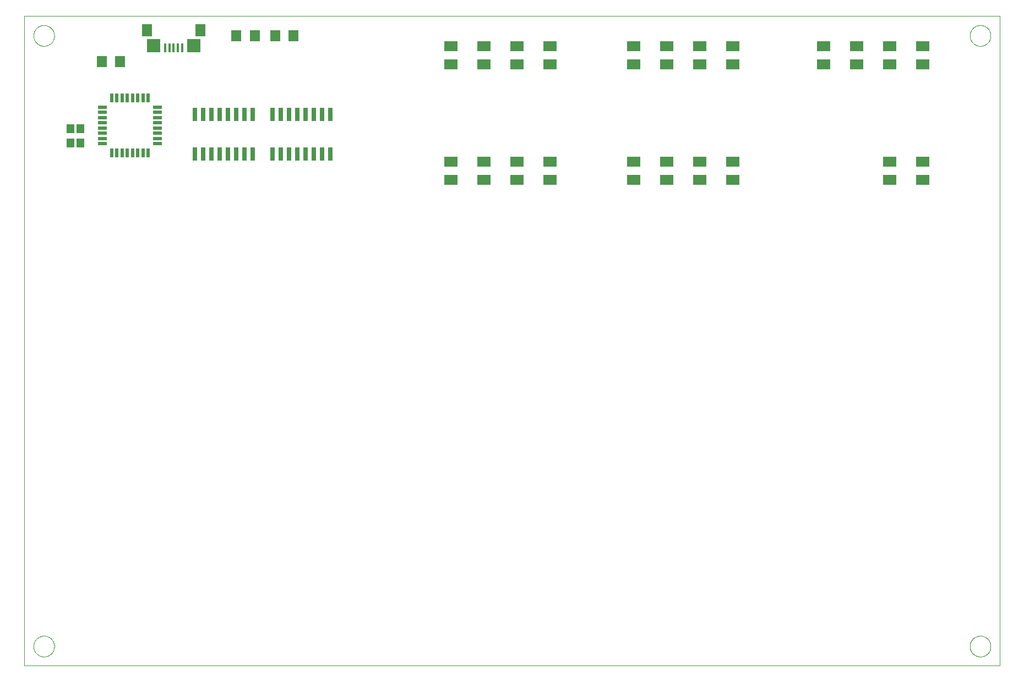
<source format=gtp>
G75*
%MOIN*%
%OFA0B0*%
%FSLAX25Y25*%
%IPPOS*%
%LPD*%
%AMOC8*
5,1,8,0,0,1.08239X$1,22.5*
%
%ADD10C,0.00000*%
%ADD11R,0.05800X0.02000*%
%ADD12R,0.02000X0.05800*%
%ADD13R,0.08268X0.07874*%
%ADD14R,0.06299X0.07480*%
%ADD15R,0.01575X0.05315*%
%ADD16R,0.04724X0.05512*%
%ADD17R,0.02600X0.08000*%
%ADD18R,0.07874X0.06299*%
%ADD19R,0.06299X0.07087*%
%ADD20R,0.06299X0.07098*%
D10*
X0003630Y0001000D02*
X0003630Y0394701D01*
X0594181Y0394701D01*
X0594181Y0001000D01*
X0003630Y0001000D01*
X0009142Y0012811D02*
X0009144Y0012969D01*
X0009150Y0013127D01*
X0009160Y0013285D01*
X0009174Y0013443D01*
X0009192Y0013600D01*
X0009213Y0013757D01*
X0009239Y0013913D01*
X0009269Y0014069D01*
X0009302Y0014224D01*
X0009340Y0014377D01*
X0009381Y0014530D01*
X0009426Y0014682D01*
X0009475Y0014833D01*
X0009528Y0014982D01*
X0009584Y0015130D01*
X0009644Y0015276D01*
X0009708Y0015421D01*
X0009776Y0015564D01*
X0009847Y0015706D01*
X0009921Y0015846D01*
X0009999Y0015983D01*
X0010081Y0016119D01*
X0010165Y0016253D01*
X0010254Y0016384D01*
X0010345Y0016513D01*
X0010440Y0016640D01*
X0010537Y0016765D01*
X0010638Y0016887D01*
X0010742Y0017006D01*
X0010849Y0017123D01*
X0010959Y0017237D01*
X0011072Y0017348D01*
X0011187Y0017457D01*
X0011305Y0017562D01*
X0011426Y0017664D01*
X0011549Y0017764D01*
X0011675Y0017860D01*
X0011803Y0017953D01*
X0011933Y0018043D01*
X0012066Y0018129D01*
X0012201Y0018213D01*
X0012337Y0018292D01*
X0012476Y0018369D01*
X0012617Y0018441D01*
X0012759Y0018511D01*
X0012903Y0018576D01*
X0013049Y0018638D01*
X0013196Y0018696D01*
X0013345Y0018751D01*
X0013495Y0018802D01*
X0013646Y0018849D01*
X0013798Y0018892D01*
X0013951Y0018931D01*
X0014106Y0018967D01*
X0014261Y0018998D01*
X0014417Y0019026D01*
X0014573Y0019050D01*
X0014730Y0019070D01*
X0014888Y0019086D01*
X0015045Y0019098D01*
X0015204Y0019106D01*
X0015362Y0019110D01*
X0015520Y0019110D01*
X0015678Y0019106D01*
X0015837Y0019098D01*
X0015994Y0019086D01*
X0016152Y0019070D01*
X0016309Y0019050D01*
X0016465Y0019026D01*
X0016621Y0018998D01*
X0016776Y0018967D01*
X0016931Y0018931D01*
X0017084Y0018892D01*
X0017236Y0018849D01*
X0017387Y0018802D01*
X0017537Y0018751D01*
X0017686Y0018696D01*
X0017833Y0018638D01*
X0017979Y0018576D01*
X0018123Y0018511D01*
X0018265Y0018441D01*
X0018406Y0018369D01*
X0018545Y0018292D01*
X0018681Y0018213D01*
X0018816Y0018129D01*
X0018949Y0018043D01*
X0019079Y0017953D01*
X0019207Y0017860D01*
X0019333Y0017764D01*
X0019456Y0017664D01*
X0019577Y0017562D01*
X0019695Y0017457D01*
X0019810Y0017348D01*
X0019923Y0017237D01*
X0020033Y0017123D01*
X0020140Y0017006D01*
X0020244Y0016887D01*
X0020345Y0016765D01*
X0020442Y0016640D01*
X0020537Y0016513D01*
X0020628Y0016384D01*
X0020717Y0016253D01*
X0020801Y0016119D01*
X0020883Y0015983D01*
X0020961Y0015846D01*
X0021035Y0015706D01*
X0021106Y0015564D01*
X0021174Y0015421D01*
X0021238Y0015276D01*
X0021298Y0015130D01*
X0021354Y0014982D01*
X0021407Y0014833D01*
X0021456Y0014682D01*
X0021501Y0014530D01*
X0021542Y0014377D01*
X0021580Y0014224D01*
X0021613Y0014069D01*
X0021643Y0013913D01*
X0021669Y0013757D01*
X0021690Y0013600D01*
X0021708Y0013443D01*
X0021722Y0013285D01*
X0021732Y0013127D01*
X0021738Y0012969D01*
X0021740Y0012811D01*
X0021738Y0012653D01*
X0021732Y0012495D01*
X0021722Y0012337D01*
X0021708Y0012179D01*
X0021690Y0012022D01*
X0021669Y0011865D01*
X0021643Y0011709D01*
X0021613Y0011553D01*
X0021580Y0011398D01*
X0021542Y0011245D01*
X0021501Y0011092D01*
X0021456Y0010940D01*
X0021407Y0010789D01*
X0021354Y0010640D01*
X0021298Y0010492D01*
X0021238Y0010346D01*
X0021174Y0010201D01*
X0021106Y0010058D01*
X0021035Y0009916D01*
X0020961Y0009776D01*
X0020883Y0009639D01*
X0020801Y0009503D01*
X0020717Y0009369D01*
X0020628Y0009238D01*
X0020537Y0009109D01*
X0020442Y0008982D01*
X0020345Y0008857D01*
X0020244Y0008735D01*
X0020140Y0008616D01*
X0020033Y0008499D01*
X0019923Y0008385D01*
X0019810Y0008274D01*
X0019695Y0008165D01*
X0019577Y0008060D01*
X0019456Y0007958D01*
X0019333Y0007858D01*
X0019207Y0007762D01*
X0019079Y0007669D01*
X0018949Y0007579D01*
X0018816Y0007493D01*
X0018681Y0007409D01*
X0018545Y0007330D01*
X0018406Y0007253D01*
X0018265Y0007181D01*
X0018123Y0007111D01*
X0017979Y0007046D01*
X0017833Y0006984D01*
X0017686Y0006926D01*
X0017537Y0006871D01*
X0017387Y0006820D01*
X0017236Y0006773D01*
X0017084Y0006730D01*
X0016931Y0006691D01*
X0016776Y0006655D01*
X0016621Y0006624D01*
X0016465Y0006596D01*
X0016309Y0006572D01*
X0016152Y0006552D01*
X0015994Y0006536D01*
X0015837Y0006524D01*
X0015678Y0006516D01*
X0015520Y0006512D01*
X0015362Y0006512D01*
X0015204Y0006516D01*
X0015045Y0006524D01*
X0014888Y0006536D01*
X0014730Y0006552D01*
X0014573Y0006572D01*
X0014417Y0006596D01*
X0014261Y0006624D01*
X0014106Y0006655D01*
X0013951Y0006691D01*
X0013798Y0006730D01*
X0013646Y0006773D01*
X0013495Y0006820D01*
X0013345Y0006871D01*
X0013196Y0006926D01*
X0013049Y0006984D01*
X0012903Y0007046D01*
X0012759Y0007111D01*
X0012617Y0007181D01*
X0012476Y0007253D01*
X0012337Y0007330D01*
X0012201Y0007409D01*
X0012066Y0007493D01*
X0011933Y0007579D01*
X0011803Y0007669D01*
X0011675Y0007762D01*
X0011549Y0007858D01*
X0011426Y0007958D01*
X0011305Y0008060D01*
X0011187Y0008165D01*
X0011072Y0008274D01*
X0010959Y0008385D01*
X0010849Y0008499D01*
X0010742Y0008616D01*
X0010638Y0008735D01*
X0010537Y0008857D01*
X0010440Y0008982D01*
X0010345Y0009109D01*
X0010254Y0009238D01*
X0010165Y0009369D01*
X0010081Y0009503D01*
X0009999Y0009639D01*
X0009921Y0009776D01*
X0009847Y0009916D01*
X0009776Y0010058D01*
X0009708Y0010201D01*
X0009644Y0010346D01*
X0009584Y0010492D01*
X0009528Y0010640D01*
X0009475Y0010789D01*
X0009426Y0010940D01*
X0009381Y0011092D01*
X0009340Y0011245D01*
X0009302Y0011398D01*
X0009269Y0011553D01*
X0009239Y0011709D01*
X0009213Y0011865D01*
X0009192Y0012022D01*
X0009174Y0012179D01*
X0009160Y0012337D01*
X0009150Y0012495D01*
X0009144Y0012653D01*
X0009142Y0012811D01*
X0009142Y0382890D02*
X0009144Y0383048D01*
X0009150Y0383206D01*
X0009160Y0383364D01*
X0009174Y0383522D01*
X0009192Y0383679D01*
X0009213Y0383836D01*
X0009239Y0383992D01*
X0009269Y0384148D01*
X0009302Y0384303D01*
X0009340Y0384456D01*
X0009381Y0384609D01*
X0009426Y0384761D01*
X0009475Y0384912D01*
X0009528Y0385061D01*
X0009584Y0385209D01*
X0009644Y0385355D01*
X0009708Y0385500D01*
X0009776Y0385643D01*
X0009847Y0385785D01*
X0009921Y0385925D01*
X0009999Y0386062D01*
X0010081Y0386198D01*
X0010165Y0386332D01*
X0010254Y0386463D01*
X0010345Y0386592D01*
X0010440Y0386719D01*
X0010537Y0386844D01*
X0010638Y0386966D01*
X0010742Y0387085D01*
X0010849Y0387202D01*
X0010959Y0387316D01*
X0011072Y0387427D01*
X0011187Y0387536D01*
X0011305Y0387641D01*
X0011426Y0387743D01*
X0011549Y0387843D01*
X0011675Y0387939D01*
X0011803Y0388032D01*
X0011933Y0388122D01*
X0012066Y0388208D01*
X0012201Y0388292D01*
X0012337Y0388371D01*
X0012476Y0388448D01*
X0012617Y0388520D01*
X0012759Y0388590D01*
X0012903Y0388655D01*
X0013049Y0388717D01*
X0013196Y0388775D01*
X0013345Y0388830D01*
X0013495Y0388881D01*
X0013646Y0388928D01*
X0013798Y0388971D01*
X0013951Y0389010D01*
X0014106Y0389046D01*
X0014261Y0389077D01*
X0014417Y0389105D01*
X0014573Y0389129D01*
X0014730Y0389149D01*
X0014888Y0389165D01*
X0015045Y0389177D01*
X0015204Y0389185D01*
X0015362Y0389189D01*
X0015520Y0389189D01*
X0015678Y0389185D01*
X0015837Y0389177D01*
X0015994Y0389165D01*
X0016152Y0389149D01*
X0016309Y0389129D01*
X0016465Y0389105D01*
X0016621Y0389077D01*
X0016776Y0389046D01*
X0016931Y0389010D01*
X0017084Y0388971D01*
X0017236Y0388928D01*
X0017387Y0388881D01*
X0017537Y0388830D01*
X0017686Y0388775D01*
X0017833Y0388717D01*
X0017979Y0388655D01*
X0018123Y0388590D01*
X0018265Y0388520D01*
X0018406Y0388448D01*
X0018545Y0388371D01*
X0018681Y0388292D01*
X0018816Y0388208D01*
X0018949Y0388122D01*
X0019079Y0388032D01*
X0019207Y0387939D01*
X0019333Y0387843D01*
X0019456Y0387743D01*
X0019577Y0387641D01*
X0019695Y0387536D01*
X0019810Y0387427D01*
X0019923Y0387316D01*
X0020033Y0387202D01*
X0020140Y0387085D01*
X0020244Y0386966D01*
X0020345Y0386844D01*
X0020442Y0386719D01*
X0020537Y0386592D01*
X0020628Y0386463D01*
X0020717Y0386332D01*
X0020801Y0386198D01*
X0020883Y0386062D01*
X0020961Y0385925D01*
X0021035Y0385785D01*
X0021106Y0385643D01*
X0021174Y0385500D01*
X0021238Y0385355D01*
X0021298Y0385209D01*
X0021354Y0385061D01*
X0021407Y0384912D01*
X0021456Y0384761D01*
X0021501Y0384609D01*
X0021542Y0384456D01*
X0021580Y0384303D01*
X0021613Y0384148D01*
X0021643Y0383992D01*
X0021669Y0383836D01*
X0021690Y0383679D01*
X0021708Y0383522D01*
X0021722Y0383364D01*
X0021732Y0383206D01*
X0021738Y0383048D01*
X0021740Y0382890D01*
X0021738Y0382732D01*
X0021732Y0382574D01*
X0021722Y0382416D01*
X0021708Y0382258D01*
X0021690Y0382101D01*
X0021669Y0381944D01*
X0021643Y0381788D01*
X0021613Y0381632D01*
X0021580Y0381477D01*
X0021542Y0381324D01*
X0021501Y0381171D01*
X0021456Y0381019D01*
X0021407Y0380868D01*
X0021354Y0380719D01*
X0021298Y0380571D01*
X0021238Y0380425D01*
X0021174Y0380280D01*
X0021106Y0380137D01*
X0021035Y0379995D01*
X0020961Y0379855D01*
X0020883Y0379718D01*
X0020801Y0379582D01*
X0020717Y0379448D01*
X0020628Y0379317D01*
X0020537Y0379188D01*
X0020442Y0379061D01*
X0020345Y0378936D01*
X0020244Y0378814D01*
X0020140Y0378695D01*
X0020033Y0378578D01*
X0019923Y0378464D01*
X0019810Y0378353D01*
X0019695Y0378244D01*
X0019577Y0378139D01*
X0019456Y0378037D01*
X0019333Y0377937D01*
X0019207Y0377841D01*
X0019079Y0377748D01*
X0018949Y0377658D01*
X0018816Y0377572D01*
X0018681Y0377488D01*
X0018545Y0377409D01*
X0018406Y0377332D01*
X0018265Y0377260D01*
X0018123Y0377190D01*
X0017979Y0377125D01*
X0017833Y0377063D01*
X0017686Y0377005D01*
X0017537Y0376950D01*
X0017387Y0376899D01*
X0017236Y0376852D01*
X0017084Y0376809D01*
X0016931Y0376770D01*
X0016776Y0376734D01*
X0016621Y0376703D01*
X0016465Y0376675D01*
X0016309Y0376651D01*
X0016152Y0376631D01*
X0015994Y0376615D01*
X0015837Y0376603D01*
X0015678Y0376595D01*
X0015520Y0376591D01*
X0015362Y0376591D01*
X0015204Y0376595D01*
X0015045Y0376603D01*
X0014888Y0376615D01*
X0014730Y0376631D01*
X0014573Y0376651D01*
X0014417Y0376675D01*
X0014261Y0376703D01*
X0014106Y0376734D01*
X0013951Y0376770D01*
X0013798Y0376809D01*
X0013646Y0376852D01*
X0013495Y0376899D01*
X0013345Y0376950D01*
X0013196Y0377005D01*
X0013049Y0377063D01*
X0012903Y0377125D01*
X0012759Y0377190D01*
X0012617Y0377260D01*
X0012476Y0377332D01*
X0012337Y0377409D01*
X0012201Y0377488D01*
X0012066Y0377572D01*
X0011933Y0377658D01*
X0011803Y0377748D01*
X0011675Y0377841D01*
X0011549Y0377937D01*
X0011426Y0378037D01*
X0011305Y0378139D01*
X0011187Y0378244D01*
X0011072Y0378353D01*
X0010959Y0378464D01*
X0010849Y0378578D01*
X0010742Y0378695D01*
X0010638Y0378814D01*
X0010537Y0378936D01*
X0010440Y0379061D01*
X0010345Y0379188D01*
X0010254Y0379317D01*
X0010165Y0379448D01*
X0010081Y0379582D01*
X0009999Y0379718D01*
X0009921Y0379855D01*
X0009847Y0379995D01*
X0009776Y0380137D01*
X0009708Y0380280D01*
X0009644Y0380425D01*
X0009584Y0380571D01*
X0009528Y0380719D01*
X0009475Y0380868D01*
X0009426Y0381019D01*
X0009381Y0381171D01*
X0009340Y0381324D01*
X0009302Y0381477D01*
X0009269Y0381632D01*
X0009239Y0381788D01*
X0009213Y0381944D01*
X0009192Y0382101D01*
X0009174Y0382258D01*
X0009160Y0382416D01*
X0009150Y0382574D01*
X0009144Y0382732D01*
X0009142Y0382890D01*
X0576071Y0382890D02*
X0576073Y0383048D01*
X0576079Y0383206D01*
X0576089Y0383364D01*
X0576103Y0383522D01*
X0576121Y0383679D01*
X0576142Y0383836D01*
X0576168Y0383992D01*
X0576198Y0384148D01*
X0576231Y0384303D01*
X0576269Y0384456D01*
X0576310Y0384609D01*
X0576355Y0384761D01*
X0576404Y0384912D01*
X0576457Y0385061D01*
X0576513Y0385209D01*
X0576573Y0385355D01*
X0576637Y0385500D01*
X0576705Y0385643D01*
X0576776Y0385785D01*
X0576850Y0385925D01*
X0576928Y0386062D01*
X0577010Y0386198D01*
X0577094Y0386332D01*
X0577183Y0386463D01*
X0577274Y0386592D01*
X0577369Y0386719D01*
X0577466Y0386844D01*
X0577567Y0386966D01*
X0577671Y0387085D01*
X0577778Y0387202D01*
X0577888Y0387316D01*
X0578001Y0387427D01*
X0578116Y0387536D01*
X0578234Y0387641D01*
X0578355Y0387743D01*
X0578478Y0387843D01*
X0578604Y0387939D01*
X0578732Y0388032D01*
X0578862Y0388122D01*
X0578995Y0388208D01*
X0579130Y0388292D01*
X0579266Y0388371D01*
X0579405Y0388448D01*
X0579546Y0388520D01*
X0579688Y0388590D01*
X0579832Y0388655D01*
X0579978Y0388717D01*
X0580125Y0388775D01*
X0580274Y0388830D01*
X0580424Y0388881D01*
X0580575Y0388928D01*
X0580727Y0388971D01*
X0580880Y0389010D01*
X0581035Y0389046D01*
X0581190Y0389077D01*
X0581346Y0389105D01*
X0581502Y0389129D01*
X0581659Y0389149D01*
X0581817Y0389165D01*
X0581974Y0389177D01*
X0582133Y0389185D01*
X0582291Y0389189D01*
X0582449Y0389189D01*
X0582607Y0389185D01*
X0582766Y0389177D01*
X0582923Y0389165D01*
X0583081Y0389149D01*
X0583238Y0389129D01*
X0583394Y0389105D01*
X0583550Y0389077D01*
X0583705Y0389046D01*
X0583860Y0389010D01*
X0584013Y0388971D01*
X0584165Y0388928D01*
X0584316Y0388881D01*
X0584466Y0388830D01*
X0584615Y0388775D01*
X0584762Y0388717D01*
X0584908Y0388655D01*
X0585052Y0388590D01*
X0585194Y0388520D01*
X0585335Y0388448D01*
X0585474Y0388371D01*
X0585610Y0388292D01*
X0585745Y0388208D01*
X0585878Y0388122D01*
X0586008Y0388032D01*
X0586136Y0387939D01*
X0586262Y0387843D01*
X0586385Y0387743D01*
X0586506Y0387641D01*
X0586624Y0387536D01*
X0586739Y0387427D01*
X0586852Y0387316D01*
X0586962Y0387202D01*
X0587069Y0387085D01*
X0587173Y0386966D01*
X0587274Y0386844D01*
X0587371Y0386719D01*
X0587466Y0386592D01*
X0587557Y0386463D01*
X0587646Y0386332D01*
X0587730Y0386198D01*
X0587812Y0386062D01*
X0587890Y0385925D01*
X0587964Y0385785D01*
X0588035Y0385643D01*
X0588103Y0385500D01*
X0588167Y0385355D01*
X0588227Y0385209D01*
X0588283Y0385061D01*
X0588336Y0384912D01*
X0588385Y0384761D01*
X0588430Y0384609D01*
X0588471Y0384456D01*
X0588509Y0384303D01*
X0588542Y0384148D01*
X0588572Y0383992D01*
X0588598Y0383836D01*
X0588619Y0383679D01*
X0588637Y0383522D01*
X0588651Y0383364D01*
X0588661Y0383206D01*
X0588667Y0383048D01*
X0588669Y0382890D01*
X0588667Y0382732D01*
X0588661Y0382574D01*
X0588651Y0382416D01*
X0588637Y0382258D01*
X0588619Y0382101D01*
X0588598Y0381944D01*
X0588572Y0381788D01*
X0588542Y0381632D01*
X0588509Y0381477D01*
X0588471Y0381324D01*
X0588430Y0381171D01*
X0588385Y0381019D01*
X0588336Y0380868D01*
X0588283Y0380719D01*
X0588227Y0380571D01*
X0588167Y0380425D01*
X0588103Y0380280D01*
X0588035Y0380137D01*
X0587964Y0379995D01*
X0587890Y0379855D01*
X0587812Y0379718D01*
X0587730Y0379582D01*
X0587646Y0379448D01*
X0587557Y0379317D01*
X0587466Y0379188D01*
X0587371Y0379061D01*
X0587274Y0378936D01*
X0587173Y0378814D01*
X0587069Y0378695D01*
X0586962Y0378578D01*
X0586852Y0378464D01*
X0586739Y0378353D01*
X0586624Y0378244D01*
X0586506Y0378139D01*
X0586385Y0378037D01*
X0586262Y0377937D01*
X0586136Y0377841D01*
X0586008Y0377748D01*
X0585878Y0377658D01*
X0585745Y0377572D01*
X0585610Y0377488D01*
X0585474Y0377409D01*
X0585335Y0377332D01*
X0585194Y0377260D01*
X0585052Y0377190D01*
X0584908Y0377125D01*
X0584762Y0377063D01*
X0584615Y0377005D01*
X0584466Y0376950D01*
X0584316Y0376899D01*
X0584165Y0376852D01*
X0584013Y0376809D01*
X0583860Y0376770D01*
X0583705Y0376734D01*
X0583550Y0376703D01*
X0583394Y0376675D01*
X0583238Y0376651D01*
X0583081Y0376631D01*
X0582923Y0376615D01*
X0582766Y0376603D01*
X0582607Y0376595D01*
X0582449Y0376591D01*
X0582291Y0376591D01*
X0582133Y0376595D01*
X0581974Y0376603D01*
X0581817Y0376615D01*
X0581659Y0376631D01*
X0581502Y0376651D01*
X0581346Y0376675D01*
X0581190Y0376703D01*
X0581035Y0376734D01*
X0580880Y0376770D01*
X0580727Y0376809D01*
X0580575Y0376852D01*
X0580424Y0376899D01*
X0580274Y0376950D01*
X0580125Y0377005D01*
X0579978Y0377063D01*
X0579832Y0377125D01*
X0579688Y0377190D01*
X0579546Y0377260D01*
X0579405Y0377332D01*
X0579266Y0377409D01*
X0579130Y0377488D01*
X0578995Y0377572D01*
X0578862Y0377658D01*
X0578732Y0377748D01*
X0578604Y0377841D01*
X0578478Y0377937D01*
X0578355Y0378037D01*
X0578234Y0378139D01*
X0578116Y0378244D01*
X0578001Y0378353D01*
X0577888Y0378464D01*
X0577778Y0378578D01*
X0577671Y0378695D01*
X0577567Y0378814D01*
X0577466Y0378936D01*
X0577369Y0379061D01*
X0577274Y0379188D01*
X0577183Y0379317D01*
X0577094Y0379448D01*
X0577010Y0379582D01*
X0576928Y0379718D01*
X0576850Y0379855D01*
X0576776Y0379995D01*
X0576705Y0380137D01*
X0576637Y0380280D01*
X0576573Y0380425D01*
X0576513Y0380571D01*
X0576457Y0380719D01*
X0576404Y0380868D01*
X0576355Y0381019D01*
X0576310Y0381171D01*
X0576269Y0381324D01*
X0576231Y0381477D01*
X0576198Y0381632D01*
X0576168Y0381788D01*
X0576142Y0381944D01*
X0576121Y0382101D01*
X0576103Y0382258D01*
X0576089Y0382416D01*
X0576079Y0382574D01*
X0576073Y0382732D01*
X0576071Y0382890D01*
X0576071Y0012811D02*
X0576073Y0012969D01*
X0576079Y0013127D01*
X0576089Y0013285D01*
X0576103Y0013443D01*
X0576121Y0013600D01*
X0576142Y0013757D01*
X0576168Y0013913D01*
X0576198Y0014069D01*
X0576231Y0014224D01*
X0576269Y0014377D01*
X0576310Y0014530D01*
X0576355Y0014682D01*
X0576404Y0014833D01*
X0576457Y0014982D01*
X0576513Y0015130D01*
X0576573Y0015276D01*
X0576637Y0015421D01*
X0576705Y0015564D01*
X0576776Y0015706D01*
X0576850Y0015846D01*
X0576928Y0015983D01*
X0577010Y0016119D01*
X0577094Y0016253D01*
X0577183Y0016384D01*
X0577274Y0016513D01*
X0577369Y0016640D01*
X0577466Y0016765D01*
X0577567Y0016887D01*
X0577671Y0017006D01*
X0577778Y0017123D01*
X0577888Y0017237D01*
X0578001Y0017348D01*
X0578116Y0017457D01*
X0578234Y0017562D01*
X0578355Y0017664D01*
X0578478Y0017764D01*
X0578604Y0017860D01*
X0578732Y0017953D01*
X0578862Y0018043D01*
X0578995Y0018129D01*
X0579130Y0018213D01*
X0579266Y0018292D01*
X0579405Y0018369D01*
X0579546Y0018441D01*
X0579688Y0018511D01*
X0579832Y0018576D01*
X0579978Y0018638D01*
X0580125Y0018696D01*
X0580274Y0018751D01*
X0580424Y0018802D01*
X0580575Y0018849D01*
X0580727Y0018892D01*
X0580880Y0018931D01*
X0581035Y0018967D01*
X0581190Y0018998D01*
X0581346Y0019026D01*
X0581502Y0019050D01*
X0581659Y0019070D01*
X0581817Y0019086D01*
X0581974Y0019098D01*
X0582133Y0019106D01*
X0582291Y0019110D01*
X0582449Y0019110D01*
X0582607Y0019106D01*
X0582766Y0019098D01*
X0582923Y0019086D01*
X0583081Y0019070D01*
X0583238Y0019050D01*
X0583394Y0019026D01*
X0583550Y0018998D01*
X0583705Y0018967D01*
X0583860Y0018931D01*
X0584013Y0018892D01*
X0584165Y0018849D01*
X0584316Y0018802D01*
X0584466Y0018751D01*
X0584615Y0018696D01*
X0584762Y0018638D01*
X0584908Y0018576D01*
X0585052Y0018511D01*
X0585194Y0018441D01*
X0585335Y0018369D01*
X0585474Y0018292D01*
X0585610Y0018213D01*
X0585745Y0018129D01*
X0585878Y0018043D01*
X0586008Y0017953D01*
X0586136Y0017860D01*
X0586262Y0017764D01*
X0586385Y0017664D01*
X0586506Y0017562D01*
X0586624Y0017457D01*
X0586739Y0017348D01*
X0586852Y0017237D01*
X0586962Y0017123D01*
X0587069Y0017006D01*
X0587173Y0016887D01*
X0587274Y0016765D01*
X0587371Y0016640D01*
X0587466Y0016513D01*
X0587557Y0016384D01*
X0587646Y0016253D01*
X0587730Y0016119D01*
X0587812Y0015983D01*
X0587890Y0015846D01*
X0587964Y0015706D01*
X0588035Y0015564D01*
X0588103Y0015421D01*
X0588167Y0015276D01*
X0588227Y0015130D01*
X0588283Y0014982D01*
X0588336Y0014833D01*
X0588385Y0014682D01*
X0588430Y0014530D01*
X0588471Y0014377D01*
X0588509Y0014224D01*
X0588542Y0014069D01*
X0588572Y0013913D01*
X0588598Y0013757D01*
X0588619Y0013600D01*
X0588637Y0013443D01*
X0588651Y0013285D01*
X0588661Y0013127D01*
X0588667Y0012969D01*
X0588669Y0012811D01*
X0588667Y0012653D01*
X0588661Y0012495D01*
X0588651Y0012337D01*
X0588637Y0012179D01*
X0588619Y0012022D01*
X0588598Y0011865D01*
X0588572Y0011709D01*
X0588542Y0011553D01*
X0588509Y0011398D01*
X0588471Y0011245D01*
X0588430Y0011092D01*
X0588385Y0010940D01*
X0588336Y0010789D01*
X0588283Y0010640D01*
X0588227Y0010492D01*
X0588167Y0010346D01*
X0588103Y0010201D01*
X0588035Y0010058D01*
X0587964Y0009916D01*
X0587890Y0009776D01*
X0587812Y0009639D01*
X0587730Y0009503D01*
X0587646Y0009369D01*
X0587557Y0009238D01*
X0587466Y0009109D01*
X0587371Y0008982D01*
X0587274Y0008857D01*
X0587173Y0008735D01*
X0587069Y0008616D01*
X0586962Y0008499D01*
X0586852Y0008385D01*
X0586739Y0008274D01*
X0586624Y0008165D01*
X0586506Y0008060D01*
X0586385Y0007958D01*
X0586262Y0007858D01*
X0586136Y0007762D01*
X0586008Y0007669D01*
X0585878Y0007579D01*
X0585745Y0007493D01*
X0585610Y0007409D01*
X0585474Y0007330D01*
X0585335Y0007253D01*
X0585194Y0007181D01*
X0585052Y0007111D01*
X0584908Y0007046D01*
X0584762Y0006984D01*
X0584615Y0006926D01*
X0584466Y0006871D01*
X0584316Y0006820D01*
X0584165Y0006773D01*
X0584013Y0006730D01*
X0583860Y0006691D01*
X0583705Y0006655D01*
X0583550Y0006624D01*
X0583394Y0006596D01*
X0583238Y0006572D01*
X0583081Y0006552D01*
X0582923Y0006536D01*
X0582766Y0006524D01*
X0582607Y0006516D01*
X0582449Y0006512D01*
X0582291Y0006512D01*
X0582133Y0006516D01*
X0581974Y0006524D01*
X0581817Y0006536D01*
X0581659Y0006552D01*
X0581502Y0006572D01*
X0581346Y0006596D01*
X0581190Y0006624D01*
X0581035Y0006655D01*
X0580880Y0006691D01*
X0580727Y0006730D01*
X0580575Y0006773D01*
X0580424Y0006820D01*
X0580274Y0006871D01*
X0580125Y0006926D01*
X0579978Y0006984D01*
X0579832Y0007046D01*
X0579688Y0007111D01*
X0579546Y0007181D01*
X0579405Y0007253D01*
X0579266Y0007330D01*
X0579130Y0007409D01*
X0578995Y0007493D01*
X0578862Y0007579D01*
X0578732Y0007669D01*
X0578604Y0007762D01*
X0578478Y0007858D01*
X0578355Y0007958D01*
X0578234Y0008060D01*
X0578116Y0008165D01*
X0578001Y0008274D01*
X0577888Y0008385D01*
X0577778Y0008499D01*
X0577671Y0008616D01*
X0577567Y0008735D01*
X0577466Y0008857D01*
X0577369Y0008982D01*
X0577274Y0009109D01*
X0577183Y0009238D01*
X0577094Y0009369D01*
X0577010Y0009503D01*
X0576928Y0009639D01*
X0576850Y0009776D01*
X0576776Y0009916D01*
X0576705Y0010058D01*
X0576637Y0010201D01*
X0576573Y0010346D01*
X0576513Y0010492D01*
X0576457Y0010640D01*
X0576404Y0010789D01*
X0576355Y0010940D01*
X0576310Y0011092D01*
X0576269Y0011245D01*
X0576231Y0011398D01*
X0576198Y0011553D01*
X0576168Y0011709D01*
X0576142Y0011865D01*
X0576121Y0012022D01*
X0576103Y0012179D01*
X0576089Y0012337D01*
X0576079Y0012495D01*
X0576073Y0012653D01*
X0576071Y0012811D01*
D11*
X0084267Y0317441D03*
X0084267Y0320541D03*
X0084267Y0323741D03*
X0084267Y0326841D03*
X0084267Y0330041D03*
X0084267Y0333141D03*
X0084267Y0336341D03*
X0084267Y0339441D03*
X0050867Y0339441D03*
X0050867Y0336341D03*
X0050867Y0333141D03*
X0050867Y0330041D03*
X0050867Y0326841D03*
X0050867Y0323741D03*
X0050867Y0320541D03*
X0050867Y0317441D03*
D12*
X0056567Y0311741D03*
X0059667Y0311741D03*
X0062867Y0311741D03*
X0065967Y0311741D03*
X0069167Y0311741D03*
X0072267Y0311741D03*
X0075467Y0311741D03*
X0078567Y0311741D03*
X0078567Y0345141D03*
X0075467Y0345141D03*
X0072267Y0345141D03*
X0069167Y0345141D03*
X0065967Y0345141D03*
X0062867Y0345141D03*
X0059667Y0345141D03*
X0056567Y0345141D03*
D13*
X0081740Y0376748D03*
X0106150Y0376748D03*
D14*
X0110087Y0386000D03*
X0077803Y0386000D03*
D15*
X0088827Y0375469D03*
X0091386Y0375469D03*
X0093945Y0375469D03*
X0096504Y0375469D03*
X0099063Y0375469D03*
D16*
X0037685Y0326413D03*
X0031386Y0326413D03*
X0031386Y0317752D03*
X0037685Y0317752D03*
D17*
X0106878Y0311026D03*
X0111878Y0311026D03*
X0116878Y0311026D03*
X0121878Y0311026D03*
X0126878Y0311026D03*
X0131878Y0311026D03*
X0136878Y0311026D03*
X0141878Y0311026D03*
X0154004Y0311026D03*
X0159004Y0311026D03*
X0164004Y0311026D03*
X0169004Y0311026D03*
X0174004Y0311026D03*
X0179004Y0311026D03*
X0184004Y0311026D03*
X0189004Y0311026D03*
X0189004Y0335226D03*
X0184004Y0335226D03*
X0179004Y0335226D03*
X0174004Y0335226D03*
X0169004Y0335226D03*
X0164004Y0335226D03*
X0159004Y0335226D03*
X0154004Y0335226D03*
X0141878Y0335226D03*
X0136878Y0335226D03*
X0131878Y0335226D03*
X0126878Y0335226D03*
X0121878Y0335226D03*
X0116878Y0335226D03*
X0111878Y0335226D03*
X0106878Y0335226D03*
D18*
X0261937Y0306512D03*
X0261937Y0295488D03*
X0281937Y0295488D03*
X0281937Y0306512D03*
X0301937Y0306512D03*
X0301937Y0295488D03*
X0321937Y0295488D03*
X0321937Y0306512D03*
X0372685Y0306512D03*
X0372685Y0295488D03*
X0392685Y0295488D03*
X0392685Y0306512D03*
X0412685Y0306512D03*
X0412685Y0295488D03*
X0432685Y0295488D03*
X0432685Y0306512D03*
X0432685Y0365488D03*
X0432685Y0376512D03*
X0412685Y0376512D03*
X0412685Y0365488D03*
X0392685Y0365488D03*
X0392685Y0376512D03*
X0372685Y0376512D03*
X0372685Y0365488D03*
X0321937Y0365488D03*
X0321937Y0376512D03*
X0301937Y0376512D03*
X0301937Y0365488D03*
X0281937Y0365488D03*
X0281937Y0376512D03*
X0261937Y0376512D03*
X0261937Y0365488D03*
X0487370Y0365488D03*
X0487370Y0376512D03*
X0507370Y0376512D03*
X0507370Y0365488D03*
X0527370Y0365488D03*
X0527370Y0376512D03*
X0547370Y0376512D03*
X0547370Y0365488D03*
X0547370Y0306512D03*
X0547370Y0295488D03*
X0527370Y0295488D03*
X0527370Y0306512D03*
D19*
X0166622Y0382890D03*
X0155598Y0382890D03*
X0061504Y0367102D03*
X0050480Y0367102D03*
D20*
X0131890Y0382890D03*
X0143087Y0382890D03*
M02*

</source>
